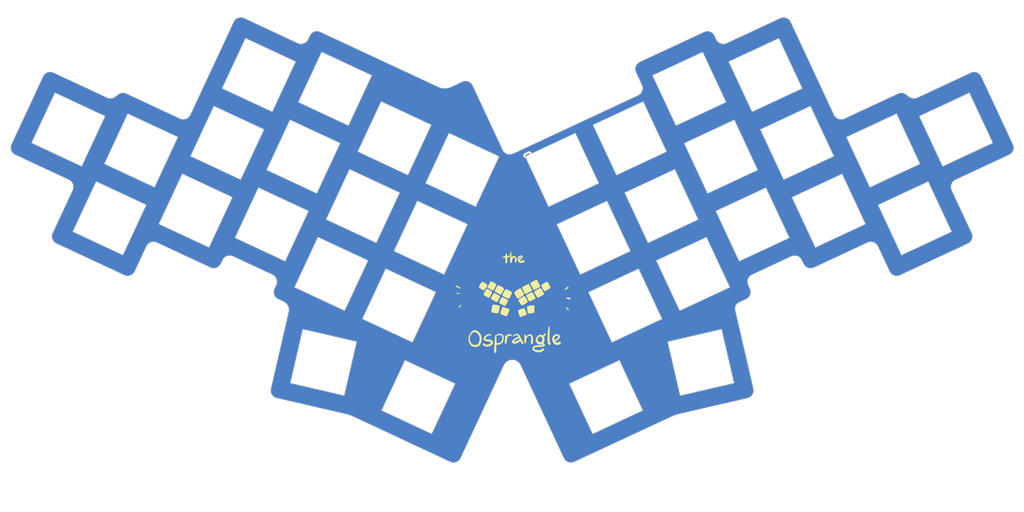
<source format=kicad_pcb>
(kicad_pcb (version 20241229) (generator "pcbnew") (generator_version "9.0")
  (title_block (title "Osprangle") (date "2025-05-01") (rev "1") (comment 1 "By Sam Mohr"))
  (layers (0 "F.Cu" signal) (2 "B.Cu" signal) (13 "F.Paste" user) (15 "B.Paste" user) (5 "F.SilkS" user "F.Silkscreen") (7 "B.SilkS" user "B.Silkscreen") (1 "F.Mask" user) (3 "B.Mask" user) (25 "Edge.Cuts" user))
  (net 0 "")
  (net 1 "gnd")
  (footprint "footprints:choc-cutout" (layer "F.Cu") (at 124.355391 132.462009 -25)
    (property "Reference" "SW32" (hide yes))
    (property "Value" "SW_Push" (hide yes))
    (fp_line (start -7 7) (end -7 -7) (stroke (width 0.15)) (layer "Edge.Cuts"))
    (fp_line (start -7 7) (end 7 7) (stroke (width 0.15)) (layer "Edge.Cuts"))
    (fp_line (start 7 -7) (end -7 -7) (stroke (width 0.15)) (layer "Edge.Cuts"))
    (fp_line (start 7 -7) (end 7 7) (stroke (width 0.15)) (layer "Edge.Cuts"))
  )
  (footprint "footprints:choc-cutout" (layer "F.Cu") (at 83.870204 50.69091 -25)
    (property "Reference" "SW2" (hide yes))
    (property "Value" "SW_Push" (hide yes))
    (fp_line (start -7 7) (end -7 -7) (stroke (width 0.15)) (layer "Edge.Cuts"))
    (fp_line (start -7 7) (end 7 7) (stroke (width 0.15)) (layer "Edge.Cuts"))
    (fp_line (start 7 -7) (end -7 -7) (stroke (width 0.15)) (layer "Edge.Cuts"))
    (fp_line (start 7 -7) (end 7 7) (stroke (width 0.15)) (layer "Edge.Cuts"))
  )
  (footprint "footprints:choc-cutout" (layer "F.Cu") (at 87.143649 88.628816 -25)
    (property "Reference" "SW23" (hide yes))
    (property "Value" "SW_Push" (hide yes))
    (fp_line (start -7 7) (end -7 -7) (stroke (width 0.15)) (layer "Edge.Cuts"))
    (fp_line (start -7 7) (end 7 7) (stroke (width 0.15)) (layer "Edge.Cuts"))
    (fp_line (start 7 -7) (end -7 -7) (stroke (width 0.15)) (layer "Edge.Cuts"))
    (fp_line (start 7 -7) (end 7 7) (stroke (width 0.15)) (layer "Edge.Cuts"))
  )
  (footprint "footprints:choc-cutout" (layer "F.Cu") (at 118.309898 66.750406 -25)
    (property "Reference" "SW4" (hide yes))
    (property "Value" "SW_Push" (hide yes))
    (fp_line (start -7 7) (end -7 -7) (stroke (width 0.15)) (layer "Edge.Cuts"))
    (fp_line (start -7 7) (end 7 7) (stroke (width 0.15)) (layer "Edge.Cuts"))
    (fp_line (start 7 -7) (end -7 -7) (stroke (width 0.15)) (layer "Edge.Cuts"))
    (fp_line (start 7 -7) (end 7 7) (stroke (width 0.15)) (layer "Edge.Cuts"))
  )
  (footprint "footprints:choc-cutout" (layer "F.Cu") (at 212.489294 50.700911 25)
    (property "Reference" "SW9" (hide yes))
    (property "Value" "SW_Push" (hide yes))
    (fp_line (start -7 7) (end -7 -7) (stroke (width 0.15)) (layer "Edge.Cuts"))
    (fp_line (start -7 7) (end 7 7) (stroke (width 0.15)) (layer "Edge.Cuts"))
    (fp_line (start 7 -7) (end -7 -7) (stroke (width 0.15)) (layer "Edge.Cuts"))
    (fp_line (start 7 -7) (end 7 7) (stroke (width 0.15)) (layer "Edge.Cuts"))
  )
  (footprint "footprints:choc-cutout" (layer "F.Cu") (at 242.387684 69.860398 25)
    (property "Reference" "SW20" (hide yes))
    (property "Value" "SW_Push" (hide yes))
    (fp_line (start -7 7) (end -7 -7) (stroke (width 0.15)) (layer "Edge.Cuts"))
    (fp_line (start -7 7) (end 7 7) (stroke (width 0.15)) (layer "Edge.Cuts"))
    (fp_line (start 7 -7) (end -7 -7) (stroke (width 0.15)) (layer "Edge.Cuts"))
    (fp_line (start 7 -7) (end 7 7) (stroke (width 0.15)) (layer "Edge.Cuts"))
  )
  (footprint "footprints:choc-cutout" (layer "F.Cu") (at 127.500001 92 -25)
    (property "Reference" "SW15" (hide yes))
    (property "Value" "SW_Push" (hide yes))
    (fp_line (start -7 7) (end -7 -7) (stroke (width 0.15)) (layer "Edge.Cuts"))
    (fp_line (start -7 7) (end 7 7) (stroke (width 0.15)) (layer "Edge.Cuts"))
    (fp_line (start 7 -7) (end -7 -7) (stroke (width 0.15)) (layer "Edge.Cuts"))
    (fp_line (start 7 -7) (end 7 7) (stroke (width 0.15)) (layer "Edge.Cuts"))
  )
  (footprint "footprints:choc-cutout" (layer "F.Cu") (at 168.859492 92.009998 25)
    (property "Reference" "SW16" (hide yes))
    (property "Value" "SW_Push" (hide yes))
    (fp_line (start -7 7) (end -7 -7) (stroke (width 0.15)) (layer "Edge.Cuts"))
    (fp_line (start -7 7) (end 7 7) (stroke (width 0.15)) (layer "Edge.Cuts"))
    (fp_line (start 7 -7) (end -7 -7) (stroke (width 0.15)) (layer "Edge.Cuts"))
    (fp_line (start 7 -7) (end 7 7) (stroke (width 0.15)) (layer "Edge.Cuts"))
  )
  (footprint "footprints:choc-cutout" (layer "F.Cu") (at 209.215842 88.638816 25)
    (property "Reference" "SW28" (hide yes))
    (property "Value" "SW_Push" (hide yes))
    (fp_line (start -7 7) (end -7 -7) (stroke (width 0.15)) (layer "Edge.Cuts"))
    (fp_line (start -7 7) (end 7 7) (stroke (width 0.15)) (layer "Edge.Cuts"))
    (fp_line (start 7 -7) (end -7 -7) (stroke (width 0.15)) (layer "Edge.Cuts"))
    (fp_line (start 7 -7) (end 7 7) (stroke (width 0.15)) (layer "Edge.Cuts"))
  )
  (footprint "footprints:choc-cutout" (layer "F.Cu") (at 102.250404 101.190101 -25)
    (property "Reference" "SW24" (hide yes))
    (property "Value" "SW_Push" (hide yes))
    (fp_line (start -7 7) (end -7 -7) (stroke (width 0.15)) (layer "Edge.Cuts"))
    (fp_line (start -7 7) (end 7 7) (stroke (width 0.15)) (layer "Edge.Cuts"))
    (fp_line (start 7 -7) (end -7 -7) (stroke (width 0.15)) (layer "Edge.Cuts"))
    (fp_line (start 7 -7) (end 7 7) (stroke (width 0.15)) (layer "Edge.Cuts"))
  )
  (footprint "footprints:choc-cutout" (layer "F.Cu") (at 260.87539 64.549574 25)
    (property "Reference" "SW10" (hide yes))
    (property "Value" "SW_Push" (hide yes))
    (fp_line (start -7 7) (end -7 -7) (stroke (width 0.15)) (layer "Edge.Cuts"))
    (fp_line (start -7 7) (end 7 7) (stroke (width 0.15)) (layer "Edge.Cuts"))
    (fp_line (start 7 -7) (end -7 -7) (stroke (width 0.15)) (layer "Edge.Cuts"))
    (fp_line (start 7 -7) (end 7 7) (stroke (width 0.15)) (layer "Edge.Cuts"))
  )
  (footprint "footprints:choc-cutout" (layer "F.Cu") (at 119.470253 109.219846 -25)
    (property "Reference" "SW25" (hide yes))
    (property "Value" "SW_Push" (hide yes))
    (fp_line (start -7 7) (end -7 -7) (stroke (width 0.15)) (layer "Edge.Cuts"))
    (fp_line (start -7 7) (end 7 7) (stroke (width 0.15)) (layer "Edge.Cuts"))
    (fp_line (start 7 -7) (end -7 -7) (stroke (width 0.15)) (layer "Edge.Cuts"))
    (fp_line (start 7 -7) (end 7 7) (stroke (width 0.15)) (layer "Edge.Cuts"))
  )
  (footprint "footprints:choc-cutout" (layer "F.Cu") (at 100.269466 123.657989 -13)
    (property "Reference" "SW31" (hide yes))
    (property "Value" "SW_Push" (hide yes))
    (fp_line (start -7 7) (end -7 -7) (stroke (width 0.15)) (layer "Edge.Cuts"))
    (fp_line (start -7 7) (end 7 7) (stroke (width 0.15)) (layer "Edge.Cuts"))
    (fp_line (start 7 -7) (end -7 -7) (stroke (width 0.15)) (layer "Edge.Cuts"))
    (fp_line (start 7 -7) (end 7 7) (stroke (width 0.15)) (layer "Edge.Cuts"))
  )
  (footprint "footprints:choc-cutout" (layer "F.Cu") (at 35.484105 64.539572 -25)
    (property "Reference" "SW1" (hide yes))
    (property "Value" "SW_Push" (hide yes))
    (fp_line (start -7 7) (end -7 -7) (stroke (width 0.15)) (layer "Edge.Cuts"))
    (fp_line (start -7 7) (end 7 7) (stroke (width 0.15)) (layer "Edge.Cuts"))
    (fp_line (start 7 -7) (end -7 -7) (stroke (width 0.15)) (layer "Edge.Cuts"))
    (fp_line (start 7 -7) (end 7 7) (stroke (width 0.15)) (layer "Edge.Cuts"))
  )
  (footprint "footprints:choc-cutout" (layer "F.Cu") (at 53.971806 69.850394 -25)
    (property "Reference" "SW11" (hide yes))
    (property "Value" "SW_Push" (hide yes))
    (fp_line (start -7 7) (end -7 -7) (stroke (width 0.15)) (layer "Edge.Cuts"))
    (fp_line (start -7 7) (end 7 7) (stroke (width 0.15)) (layer "Edge.Cuts"))
    (fp_line (start 7 -7) (end -7 -7) (stroke (width 0.15)) (layer "Edge.Cuts"))
    (fp_line (start 7 -7) (end 7 7) (stroke (width 0.15)) (layer "Edge.Cuts"))
  )
  (footprint "footprints:choc-cutout" (layer "F.Cu") (at 160.829746 74.790149 25)
    (property "Reference" "SW6" (hide yes))
    (property "Value" "SW_Push" (hide yes))
    (fp_line (start -7 7) (end -7 -7) (stroke (width 0.15)) (layer "Edge.Cuts"))
    (fp_line (start -7 7) (end 7 7) (stroke (width 0.15)) (layer "Edge.Cuts"))
    (fp_line (start 7 -7) (end -7 -7) (stroke (width 0.15)) (layer "Edge.Cuts"))
    (fp_line (start 7 -7) (end 7 7) (stroke (width 0.15)) (layer "Edge.Cuts"))
  )
  (footprint "footprints:choc-cutout" (layer "F.Cu") (at 67.810709 85.130605 -25)
    (property "Reference" "SW22" (hide yes))
    (property "Value" "SW_Push" (hide yes))
    (fp_line (start -7 7) (end -7 -7) (stroke (width 0.15)) (layer "Edge.Cuts"))
    (fp_line (start -7 7) (end 7 7) (stroke (width 0.15)) (layer "Edge.Cuts"))
    (fp_line (start 7 -7) (end -7 -7) (stroke (width 0.15)) (layer "Edge.Cuts"))
    (fp_line (start 7 -7) (end 7 7) (stroke (width 0.15)) (layer "Edge.Cuts"))
  )
  (footprint "footprints:choc-cutout" (layer "F.Cu") (at 178.049597 66.760404 25)
    (property "Reference" "SW7" (hide yes))
    (property "Value" "SW_Push" (hide yes))
    (fp_line (start -7 7) (end -7 -7) (stroke (width 0.15)) (layer "Edge.Cuts"))
    (fp_line (start -7 7) (end 7 7) (stroke (width 0.15)) (layer "Edge.Cuts"))
    (fp_line (start 7 -7) (end -7 -7) (stroke (width 0.15)) (layer "Edge.Cuts"))
    (fp_line (start 7 -7) (end 7 7) (stroke (width 0.15)) (layer "Edge.Cuts"))
  )
  (footprint "footprints:choc-cutout" (layer "F.Cu") (at 194.109088 101.200099 25)
    (property "Reference" "SW27" (hide yes))
    (property "Value" "SW_Push" (hide yes))
    (fp_line (start -7 7) (end -7 -7) (stroke (width 0.15)) (layer "Edge.Cuts"))
    (fp_line (start -7 7) (end 7 7) (stroke (width 0.15)) (layer "Edge.Cuts"))
    (fp_line (start 7 -7) (end -7 -7) (stroke (width 0.15)) (layer "Edge.Cuts"))
    (fp_line (start 7 -7) (end 7 7) (stroke (width 0.15)) (layer "Edge.Cuts"))
  )
  (footprint "art:logo-front-art-highlight" (layer "F.Cu") (at 148.4456 108.9702)
    (property "Reference" "G***" (hide yes))
    (property "Value" "LOGO" (hide yes))
  )
  (footprint "footprints:choc-cutout" (layer "F.Cu") (at 220.519038 67.920756 25)
    (property "Reference" "SW19" (hide yes))
    (property "Value" "SW_Push" (hide yes))
    (fp_line (start -7 7) (end -7 -7) (stroke (width 0.15)) (layer "Edge.Cuts"))
    (fp_line (start -7 7) (end 7 7) (stroke (width 0.15)) (layer "Edge.Cuts"))
    (fp_line (start 7 -7) (end -7 -7) (stroke (width 0.15)) (layer "Edge.Cuts"))
    (fp_line (start 7 -7) (end 7 7) (stroke (width 0.15)) (layer "Edge.Cuts"))
  )
  (footprint "footprints:choc-cutout" (layer "F.Cu") (at 228.548783 85.140609 25)
    (property "Reference" "SW29" (hide yes))
    (property "Value" "SW_Push" (hide yes))
    (fp_line (start -7 7) (end -7 -7) (stroke (width 0.15)) (layer "Edge.Cuts"))
    (fp_line (start -7 7) (end 7 7) (stroke (width 0.15)) (layer "Edge.Cuts"))
    (fp_line (start 7 -7) (end -7 -7) (stroke (width 0.15)) (layer "Edge.Cuts"))
    (fp_line (start 7 -7) (end 7 7) (stroke (width 0.15)) (layer "Edge.Cuts"))
  )
  (footprint "footprints:choc-cutout" (layer "F.Cu") (at 196.090025 123.667986 13)
    (property "Reference" "SW34" (hide yes))
    (property "Value" "SW_Push" (hide yes))
    (fp_line (start -7 7) (end -7 -7) (stroke (width 0.15)) (layer "Edge.Cuts"))
    (fp_line (start -7 7) (end 7 7) (stroke (width 0.15)) (layer "Edge.Cuts"))
    (fp_line (start 7 -7) (end -7 -7) (stroke (width 0.15)) (layer "Edge.Cuts"))
    (fp_line (start 7 -7) (end 7 7) (stroke (width 0.15)) (layer "Edge.Cuts"))
  )
  (footprint "footprints:choc-cutout" (layer "F.Cu") (at 110.280152 83.970258 -25)
    (property "Reference" "SW14" (hide yes))
    (property "Value" "SW_Push" (hide yes))
    (fp_line (start -7 7) (end -7 -7) (stroke (width 0.15)) (layer "Edge.Cuts"))
    (fp_line (start -7 7) (end 7 7) (stroke (width 0.15)) (layer "Edge.Cuts"))
    (fp_line (start 7 -7) (end -7 -7) (stroke (width 0.15)) (layer "Edge.Cuts"))
    (fp_line (start 7 -7) (end 7 7) (stroke (width 0.15)) (layer "Edge.Cuts"))
  )
  (footprint "footprints:choc-cutout" (layer "F.Cu") (at 172.004098 132.472006 25)
    (property "Reference" "SW33" (hide yes))
    (property "Value" "SW_Push" (hide yes))
    (fp_line (start -7 7) (end -7 -7) (stroke (width 0.15)) (layer "Edge.Cuts"))
    (fp_line (start -7 7) (end 7 7) (stroke (width 0.15)) (layer "Edge.Cuts"))
    (fp_line (start 7 -7) (end -7 -7) (stroke (width 0.15)) (layer "Edge.Cuts"))
    (fp_line (start 7 -7) (end 7 7) (stroke (width 0.15)) (layer "Edge.Cuts"))
  )
  (footprint "footprints:choc-cutout" (layer "F.Cu") (at 186.079342 83.980254 25)
    (property "Reference" "SW17" (hide yes))
    (property "Value" "SW_Push" (hide yes))
    (fp_line (start -7 7) (end -7 -7) (stroke (width 0.15)) (layer "Edge.Cuts"))
    (fp_line (start -7 7) (end 7 7) (stroke (width 0.15)) (layer "Edge.Cuts"))
    (fp_line (start 7 -7) (end -7 -7) (stroke (width 0.15)) (layer "Edge.Cuts"))
    (fp_line (start 7 -7) (end 7 7) (stroke (width 0.15)) (layer "Edge.Cuts"))
  )
  (footprint "footprints:choc-cutout" (layer "F.Cu") (at 75.840455 67.910758 -25)
    (property "Reference" "SW12" (hide yes))
    (property "Value" "SW_Push" (hide yes))
    (fp_line (start -7 7) (end -7 -7) (stroke (width 0.15)) (layer "Edge.Cuts"))
    (fp_line (start -7 7) (end 7 7) (stroke (width 0.15)) (layer "Edge.Cuts"))
    (fp_line (start 7 -7) (end -7 -7) (stroke (width 0.15)) (layer "Edge.Cuts"))
    (fp_line (start 7 -7) (end 7 7) (stroke (width 0.15)) (layer "Edge.Cuts"))
  )
  (footprint "footprints:choc-cutout" (layer "F.Cu") (at 193.15635 54.19912 25)
    (property "Reference" "SW8" (hide yes))
    (property "Value" "SW_Push" (hide yes))
    (fp_line (start -7 7) (end -7 -7) (stroke (width 0.15)) (layer "Edge.Cuts"))
    (fp_line (start -7 7) (end 7 7) (stroke (width 0.15)) (layer "Edge.Cuts"))
    (fp_line (start 7 -7) (end -7 -7) (stroke (width 0.15)) (layer "Edge.Cuts"))
    (fp_line (start 7 -7) (end 7 7) (stroke (width 0.15)) (layer "Edge.Cuts"))
  )
  (footprint "footprints:choc-cutout" (layer "F.Cu") (at 176.889238 109.229847 25)
    (property "Reference" "SW26" (hide yes))
    (property "Value" "SW_Push" (hide yes))
    (fp_line (start -7 7) (end -7 -7) (stroke (width 0.15)) (layer "Edge.Cuts"))
    (fp_line (start -7 7) (end 7 7) (stroke (width 0.15)) (layer "Edge.Cuts"))
    (fp_line (start 7 -7) (end -7 -7) (stroke (width 0.15)) (layer "Edge.Cuts"))
    (fp_line (start 7 -7) (end 7 7) (stroke (width 0.15)) (layer "Edge.Cuts"))
  )
  (footprint "art:logo-front-art-main" (layer "F.Cu") (at 148.4456 108.9702)
    (property "Reference" "G***" (hide yes))
    (property "Value" "LOGO" (hide yes))
  )
  (footprint "footprints:choc-cutout" (layer "F.Cu") (at 135.529743 74.780152 -25)
    (property "Reference" "SW5" (hide yes))
    (property "Value" "SW_Push" (hide yes))
    (fp_line (start -7 7) (end -7 -7) (stroke (width 0.15)) (layer "Edge.Cuts"))
    (fp_line (start -7 7) (end 7 7) (stroke (width 0.15)) (layer "Edge.Cuts"))
    (fp_line (start 7 -7) (end -7 -7) (stroke (width 0.15)) (layer "Edge.Cuts"))
    (fp_line (start 7 -7) (end 7 7) (stroke (width 0.15)) (layer "Edge.Cuts"))
  )
  (footprint "footprints:choc-cutout" (layer "F.Cu") (at 201.186101 71.418967 25)
    (property "Reference" "SW18" (hide yes))
    (property "Value" "SW_Push" (hide yes))
    (fp_line (start -7 7) (end -7 -7) (stroke (width 0.15)) (layer "Edge.Cuts"))
    (fp_line (start -7 7) (end 7 7) (stroke (width 0.15)) (layer "Edge.Cuts"))
    (fp_line (start 7 -7) (end -7 -7) (stroke (width 0.15)) (layer "Edge.Cuts"))
    (fp_line (start 7 -7) (end 7 7) (stroke (width 0.15)) (layer "Edge.Cuts"))
  )
  (footprint "footprints:choc-cutout" (layer "F.Cu") (at 103.203141 54.189118 -25)
    (property "Reference" "SW3" (hide yes))
    (property "Value" "SW_Push" (hide yes))
    (fp_line (start -7 7) (end -7 -7) (stroke (width 0.15)) (layer "Edge.Cuts"))
    (fp_line (start -7 7) (end 7 7) (stroke (width 0.15)) (layer "Edge.Cuts"))
    (fp_line (start 7 -7) (end -7 -7) (stroke (width 0.15)) (layer "Edge.Cuts"))
    (fp_line (start 7 -7) (end 7 7) (stroke (width 0.15)) (layer "Edge.Cuts"))
  )
  (footprint "footprints:choc-cutout" (layer "F.Cu") (at 250.417435 87.080242 25)
    (property "Reference" "SW30" (hide yes))
    (property "Value" "SW_Push" (hide yes))
    (fp_line (start -7 7) (end -7 -7) (stroke (width 0.15)) (layer "Edge.Cuts"))
    (fp_line (start -7 7) (end 7 7) (stroke (width 0.15)) (layer "Edge.Cuts"))
    (fp_line (start 7 -7) (end -7 -7) (stroke (width 0.15)) (layer "Edge.Cuts"))
    (fp_line (start 7 -7) (end 7 7) (stroke (width 0.15)) (layer "Edge.Cuts"))
  )
  (footprint "footprints:choc-cutout" (layer "F.Cu") (at 95.173391 71.408965 -25)
    (property "Reference" "SW13" (hide yes))
    (property "Value" "SW_Push" (hide yes))
    (fp_line (start -7 7) (end -7 -7) (stroke (width 0.15)) (layer "Edge.Cuts"))
    (fp_line (start -7 7) (end 7 7) (stroke (width 0.15)) (layer "Edge.Cuts"))
    (fp_line (start 7 -7) (end -7 -7) (stroke (width 0.15)) (layer "Edge.Cuts"))
    (fp_line (start 7 -7) (end 7 7) (stroke (width 0.15)) (layer "Edge.Cuts"))
  )
  (footprint "footprints:choc-cutout" (layer "F.Cu") (at 45.94206 87.070245 -25)
    (property "Reference" "SW21" (hide yes))
    (property "Value" "SW_Push" (hide yes))
    (fp_line (start -7 7) (end -7 -7) (stroke (width 0.15)) (layer "Edge.Cuts"))
    (fp_line (start -7 7) (end 7 7) (stroke (width 0.15)) (layer "Edge.Cuts"))
    (fp_line (start 7 -7) (end -7 -7) (stroke (width 0.15)) (layer "Edge.Cuts"))
    (fp_line (start 7 -7) (end 7 7) (stroke (width 0.15)) (layer "Edge.Cuts"))
  )
  (gr_line (start 151.602016 71.097727) (end 152.508324 70.675109) (stroke (width 0.2)) (layer "F.Cu"))
  (gr_line (start 151.602016 71.097727) (end 152.508324 70.675109) (stroke (width 0.2)) (layer "B.Cu"))
  (gr_arc (start 204.82082 110.362979) (mid 204.949599 109.234669) (end 205.7601 108.439232) (stroke (width 0.1)) (layer "Edge.Cuts"))
  (gr_arc (start 246.667619 101.517661) (mid 245.138338 101.584432) (end 244.009766 100.550279) (stroke (width 0.1)) (layer "Edge.Cuts"))
  (gr_line (start 132.321349 53.879121) (end 135.493425 52.399958) (stroke (width 0.1)) (layer "Edge.Cuts"))
  (gr_line (start 88.426017 132.72621) (end 105.964679 136.775329) (stroke (width 0.1)) (layer "Edge.Cuts"))
  (gr_line (start 35.608687 77.286516) (end 22.014069 70.947239) (stroke (width 0.1)) (layer "Edge.Cuts"))
  (gr_arc (start 32.472028 93.477905) (mid 31.437915 92.349335) (end 31.504646 90.820059) (stroke (width 0.1)) (layer "Edge.Cuts"))
  (gr_arc (start 208.123882 104.043606) (mid 208.057089 102.514311) (end 209.091263 101.385753) (stroke (width 0.1)) (layer "Edge.Cuts"))
  (gr_arc (start 88.803025 107.608329) (mid 87.768898 106.479753) (end 87.835647 104.950476) (stroke (width 0.1)) (layer "Edge.Cuts"))
  (gr_arc (start 90.045725 108.189844) (mid 91.225012 109.260267) (end 91.4262 110.840167) (stroke (width 0.1)) (layer "Edge.Cuts"))
  (gr_arc (start 181.104409 53.198765) (mid 181.171178 54.728041) (end 180.13703 55.856617) (stroke (width 0.1)) (layer "Edge.Cuts"))
  (gr_line (start 74.218375 98.600642) (end 74.640991 97.694335) (stroke (width 0.1)) (layer "Edge.Cuts"))
  (gr_line (start 138.151277 53.367336) (end 145.758405 69.680877) (stroke (width 0.1)) (layer "Edge.Cuts"))
  (gr_line (start 219.060647 96.736954) (end 209.091263 101.385753) (stroke (width 0.1)) (layer "Edge.Cuts"))
  (gr_line (start 132.432822 148.917418) (end 107.519435 137.27092) (stroke (width 0.1)) (layer "Edge.Cuts"))
  (gr_arc (start 135.090676 147.950039) (mid 133.962104 148.984193) (end 132.432822 148.917418) (stroke (width 0.1)) (layer "Edge.Cuts"))
  (gr_line (start 32.472028 93.477905) (end 49.691876 101.507658) (stroke (width 0.1)) (layer "Edge.Cuts"))
  (gr_arc (start 88.426017 132.72621) (mid 87.179779 131.837318) (end 86.927178 130.327568) (stroke (width 0.1)) (layer "Edge.Cuts"))
  (gr_arc (start 96.795478 40.719084) (mid 97.924053 39.684952) (end 99.453328 39.751707) (stroke (width 0.1)) (layer "Edge.Cuts"))
  (gr_arc (start 66.474461 60.784876) (mid 65.345888 61.819002) (end 63.81661 61.752258) (stroke (width 0.1)) (layer "Edge.Cuts"))
  (gr_line (start 146.07875 124.386039) (end 135.090676 147.950039) (stroke (width 0.1)) (layer "Edge.Cuts"))
  (gr_line (start 259.783428 79.954368) (end 264.854848 90.83006) (stroke (width 0.1)) (layer "Edge.Cuts"))
  (gr_line (start 208.123882 104.043606) (end 208.546499 104.949914) (stroke (width 0.1)) (layer "Edge.Cuts"))
  (gr_line (start 267.283056 51.079542) (end 275.312802 68.299387) (stroke (width 0.1)) (layer "Edge.Cuts"))
  (gr_line (start 274.345423 70.957243) (end 260.750805 77.296515) (stroke (width 0.1)) (layer "Edge.Cuts"))
  (gr_line (start 238.393588 93.238745) (end 224.798969 99.57802) (stroke (width 0.1)) (layer "Edge.Cuts"))
  (gr_arc (start 47.417394 56.195446) (mid 46.408093 56.615072) (end 45.328905 56.441434) (stroke (width 0.1)) (layer "Edge.Cuts"))
  (gr_line (start 52.349727 100.540277) (end 55.308055 94.196126) (stroke (width 0.1)) (layer "Edge.Cuts"))
  (gr_arc (start 22.014069 70.947239) (mid 20.979914 69.818668) (end 21.04669 68.289391) (stroke (width 0.1)) (layer "Edge.Cuts"))
  (gr_arc (start 148.416258 70.648256) (mid 146.886981 70.715026) (end 145.758405 69.680877) (stroke (width 0.1)) (layer "Edge.Cuts"))
  (gr_arc (start 135.493425 52.399958) (mid 137.022701 52.333188) (end 138.151277 53.367336) (stroke (width 0.1)) (layer "Edge.Cuts"))
  (gr_arc (start 224.798969 99.57802) (mid 223.269719 99.644763) (end 222.141118 98.610641) (stroke (width 0.1)) (layer "Edge.Cuts"))
  (gr_line (start 88.258266 104.04417) (end 87.835647 104.950476) (stroke (width 0.1)) (layer "Edge.Cuts"))
  (gr_line (start 207.579122 107.607764) (end 205.7601 108.439232) (stroke (width 0.1)) (layer "Edge.Cuts"))
  (gr_line (start 129.076554 53.56524) (end 99.453328 39.751707) (stroke (width 0.1)) (layer "Edge.Cuts"))
  (gr_line (start 263.887468 93.487912) (end 246.667619 101.517661) (stroke (width 0.1)) (layer "Edge.Cuts"))
  (gr_arc (start 246.1375 55.422983) (mid 247.216693 55.24931) (end 248.225986 55.668973) (stroke (width 0.1)) (layer "Edge.Cuts"))
  (gr_arc (start 259.783428 79.954368) (mid 259.716662 78.42509) (end 260.750805 77.296515) (stroke (width 0.1)) (layer "Edge.Cuts"))
  (gr_arc (start 219.060647 96.736954) (mid 220.589917 96.670185) (end 221.7185 97.70433) (stroke (width 0.1)) (layer "Edge.Cuts"))
  (gr_arc (start 146.07875 124.386039) (mid 148.198167 123.023016) (end 150.324055 124.375873) (stroke (width 0.1)) (layer "Edge.Cuts"))
  (gr_line (start 218.896956 37.230879) (end 229.885029 60.79488) (stroke (width 0.1)) (layer "Edge.Cuts"))
  (gr_line (start 47.417393 56.195447) (end 48.133504 55.658975) (stroke (width 0.1)) (layer "Edge.Cuts"))
  (gr_line (start 93.715003 42.592802) (end 80.120555 36.2535) (stroke (width 0.1)) (layer "Edge.Cuts"))
  (gr_line (start 232.542884 61.762258) (end 246.1375 55.422983) (stroke (width 0.1)) (layer "Edge.Cuts"))
  (gr_line (start 199.564016 40.729083) (end 199.986636 41.635391) (stroke (width 0.1)) (layer "Edge.Cuts"))
  (gr_arc (start 55.308055 94.196126) (mid 56.436629 93.161956) (end 57.965909 93.228746) (stroke (width 0.1)) (layer "Edge.Cuts"))
  (gr_arc (start 35.608687 77.286516) (mid 36.642851 78.415089) (end 36.576067 79.944367) (stroke (width 0.1)) (layer "Edge.Cuts"))
  (gr_arc (start 216.239107 36.263498) (mid 217.768404 36.196708) (end 218.896956 37.230879) (stroke (width 0.1)) (layer "Edge.Cuts"))
  (gr_arc (start 105.964679 136.775329) (mid 106.752185 136.991357) (end 107.519439 137.27092) (stroke (width 0.1)) (layer "Edge.Cuts"))
  (gr_arc (start 264.625204 50.112162) (mid 266.154497 50.045366) (end 267.283056 51.079542) (stroke (width 0.1)) (layer "Edge.Cuts"))
  (gr_line (start 163.949323 148.916855) (end 188.883677 137.319918) (stroke (width 0.1)) (layer "Edge.Cuts"))
  (gr_arc (start 132.321349 53.879121) (mid 130.66564 54.066567) (end 129.076554 53.56524) (stroke (width 0.1)) (layer "Edge.Cuts"))
  (gr_arc (start 264.854848 90.83006) (mid 264.921644 92.359353) (end 263.887468 93.487912) (stroke (width 0.1)) (layer "Edge.Cuts"))
  (gr_arc (start 251.030585 56.451433) (mid 249.95141 56.625074) (end 248.9421 56.20545) (stroke (width 0.1)) (layer "Edge.Cuts"))
  (gr_line (start 57.965909 93.228746) (end 71.560523 99.568022) (stroke (width 0.1)) (layer "Edge.Cuts"))
  (gr_arc (start 275.312802 68.299387) (mid 275.379577 69.828671) (end 274.345423 70.957243) (stroke (width 0.1)) (layer "Edge.Cuts"))
  (gr_arc (start 87.268231 101.375753) (mid 88.320885 102.503106) (end 88.258407 104.044237) (stroke (width 0.1)) (layer "Edge.Cuts"))
  (gr_line (start 31.734289 50.10216) (end 45.328905 56.441434) (stroke (width 0.1)) (layer "Edge.Cuts"))
  (gr_line (start 181.104409 53.198765) (end 179.625245 50.026689) (stroke (width 0.1)) (layer "Edge.Cuts"))
  (gr_arc (start 202.644486 42.602772) (mid 201.115222 42.669522) (end 199.986636 41.635391) (stroke (width 0.1)) (layer "Edge.Cuts"))
  (gr_arc (start 188.883677 137.319918) (mid 189.62993 137.026285) (end 190.394817 136.785327) (stroke (width 0.1)) (layer "Edge.Cuts"))
  (gr_line (start 207.933478 132.736205) (end 190.394817 136.785327) (stroke (width 0.1)) (layer "Edge.Cuts"))
  (gr_arc (start 238.393588 93.238745) (mid 239.922839 93.172002) (end 241.051438 94.206125) (stroke (width 0.1)) (layer "Edge.Cuts"))
  (gr_line (start 36.576067 79.944367) (end 31.504646 90.820059) (stroke (width 0.1)) (layer "Edge.Cuts"))
  (gr_arc (start 74.640991 97.694335) (mid 75.769564 96.660184) (end 77.29885 96.726954) (stroke (width 0.1)) (layer "Edge.Cuts"))
  (gr_line (start 248.9421 56.20545) (end 248.225986 55.668973) (stroke (width 0.1)) (layer "Edge.Cuts"))
  (gr_line (start 88.803025 107.608329) (end 90.04615 108.188009) (stroke (width 0.1)) (layer "Edge.Cuts"))
  (gr_line (start 50.221993 55.412982) (end 63.81661 61.752258) (stroke (width 0.1)) (layer "Edge.Cuts"))
  (gr_line (start 209.432316 130.337566) (end 204.82082 110.362979) (stroke (width 0.1)) (layer "Edge.Cuts"))
  (gr_line (start 96.795478 40.719084) (end 96.372859 41.625391) (stroke (width 0.1)) (layer "Edge.Cuts"))
  (gr_line (start 148.416258 70.648256) (end 180.137016 55.856617) (stroke (width 0.1)) (layer "Edge.Cuts"))
  (gr_line (start 66.474461 60.784876) (end 77.462537 37.22088) (stroke (width 0.1)) (layer "Edge.Cuts"))
  (gr_arc (start 232.542884 61.762258) (mid 231.013622 61.829008) (end 229.885029 60.79488) (stroke (width 0.1)) (layer "Edge.Cuts"))
  (gr_line (start 202.644486 42.602772) (end 216.239107 36.263498) (stroke (width 0.1)) (layer "Edge.Cuts"))
  (gr_arc (start 208.546499 104.949914) (mid 208.613258 106.479181) (end 207.579122 107.607764) (stroke (width 0.1)) (layer "Edge.Cuts"))
  (gr_arc (start 96.372859 41.625391) (mid 95.244283 42.659507) (end 93.715002 42.592772) (stroke (width 0.1)) (layer "Edge.Cuts"))
  (gr_arc (start 29.076439 51.069542) (mid 30.205012 50.035388) (end 31.734289 50.10216) (stroke (width 0.1)) (layer "Edge.Cuts"))
  (gr_line (start 21.04669 68.289391) (end 29.076439 51.069542) (stroke (width 0.1)) (layer "Edge.Cuts"))
  (gr_arc (start 209.432316 130.337566) (mid 209.179655 131.847285) (end 207.933478 132.736205) (stroke (width 0.1)) (layer "Edge.Cuts"))
  (gr_arc (start 52.349727 100.540277) (mid 51.22115 101.574444) (end 49.691876 101.507658) (stroke (width 0.1)) (layer "Edge.Cuts"))
  (gr_line (start 180.592624 47.368836) (end 196.906169 39.761706) (stroke (width 0.1)) (layer "Edge.Cuts"))
  (gr_line (start 86.927178 130.327568) (end 91.4262 110.840167) (stroke (width 0.1)) (layer "Edge.Cuts"))
  (gr_line (start 244.009766 100.550279) (end 241.051438 94.206125) (stroke (width 0.1)) (layer "Edge.Cuts"))
  (gr_arc (start 179.625245 50.026689) (mid 179.558474 48.497411) (end 180.592624 47.368836) (stroke (width 0.1)) (layer "Edge.Cuts"))
  (gr_arc (start 77.462537 37.220879) (mid 78.591114 36.186724) (end 80.120385 36.2535) (stroke (width 0.1)) (layer "Edge.Cuts"))
  (gr_arc (start 74.218375 98.600642) (mid 73.089803 99.634793) (end 71.560523 99.568022) (stroke (width 0.1)) (layer "Edge.Cuts"))
  (gr_arc (start 48.133505 55.658972) (mid 49.142811 55.239327) (end 50.221993 55.412982) (stroke (width 0.1)) (layer "Edge.Cuts"))
  (gr_arc (start 163.949322 148.916857) (mid 162.420039 148.98363) (end 161.291473 147.949473) (stroke (width 0.1)) (layer "Edge.Cuts"))
  (gr_arc (start 196.906169 39.761706) (mid 198.435431 39.694954) (end 199.564016 40.729083) (stroke (width 0.1)) (layer "Edge.Cuts"))
  (gr_line (start 77.29885 96.726954) (end 87.268231 101.375753) (stroke (width 0.1)) (layer "Edge.Cuts"))
  (gr_line (start 222.141118 98.610644) (end 221.7185 97.70433) (stroke (width 0.1)) (layer "Edge.Cuts"))
  (gr_line (start 150.324055 124.375873) (end 161.291473 147.949473) (stroke (width 0.1)) (layer "Edge.Cuts"))
  (gr_line (start 251.030585 56.451433) (end 264.625204 50.112162) (stroke (width 0.1)) (layer "Edge.Cuts"))
  (zone (net 1) (net_name "gnd") (layers "F.Cu" "B.Cu") (connect_pads (clearance 0.508)) (min_thickness 0.25) (fill yes (thermal_gap 0.5) (thermal_bridge_width 0.5) (island_removal_mode 2) (island_area_min 2))
    (polygon (pts (xy 18.137878 31.649332) (xy 278.137878 31.649333) (xy 278.137875 161.649336) (xy 18.137879 161.649334)))
  )
)
</source>
